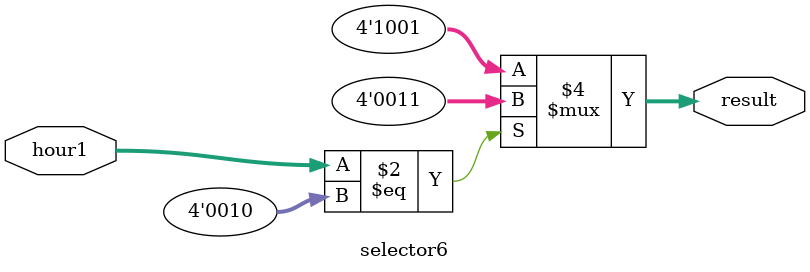
<source format=v>
`timescale 1ns / 1ps


module selector6(hour1, result);
    input [3:0] hour1;
    output [3:0] result;
    reg [3:0] result;
    
    always @* begin
        if(hour1 == 4'd2) result = 4'd3;
        else result = 4'd9;
    end
endmodule

</source>
